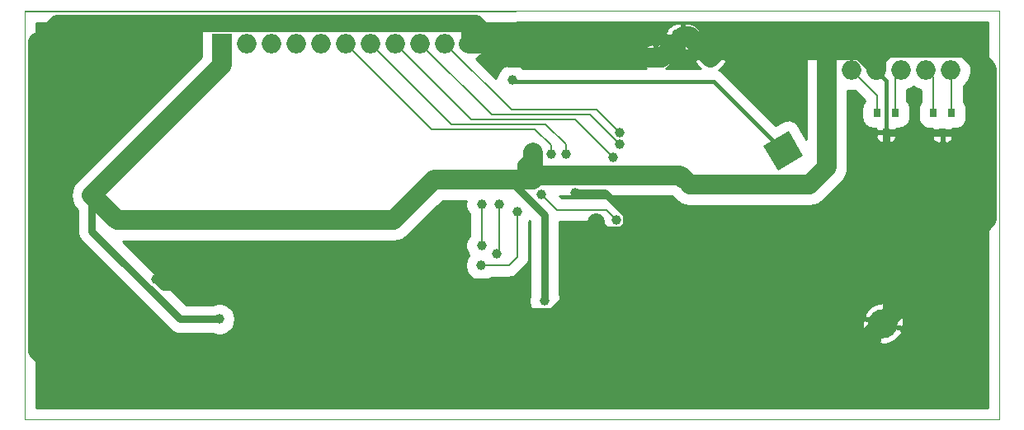
<source format=gbr>
%TF.GenerationSoftware,KiCad,Pcbnew,(5.1.7)-1*%
%TF.CreationDate,2020-10-28T13:08:50+04:00*%
%TF.ProjectId,stm32-home-light,73746d33-322d-4686-9f6d-652d6c696768,rev?*%
%TF.SameCoordinates,Original*%
%TF.FileFunction,Copper,L2,Bot*%
%TF.FilePolarity,Positive*%
%FSLAX46Y46*%
G04 Gerber Fmt 4.6, Leading zero omitted, Abs format (unit mm)*
G04 Created by KiCad (PCBNEW (5.1.7)-1) date 2020-10-28 13:08:50*
%MOMM*%
%LPD*%
G01*
G04 APERTURE LIST*
%TA.AperFunction,Profile*%
%ADD10C,0.100000*%
%TD*%
%TA.AperFunction,ComponentPad*%
%ADD11O,2.500000X1.500000*%
%TD*%
%TA.AperFunction,ComponentPad*%
%ADD12O,2.000000X1.500000*%
%TD*%
%TA.AperFunction,ComponentPad*%
%ADD13O,2.000000X2.000000*%
%TD*%
%TA.AperFunction,ComponentPad*%
%ADD14R,2.000000X2.000000*%
%TD*%
%TA.AperFunction,SMDPad,CuDef*%
%ADD15R,0.800000X0.900000*%
%TD*%
%TA.AperFunction,ComponentPad*%
%ADD16C,0.100000*%
%TD*%
%TA.AperFunction,ComponentPad*%
%ADD17C,3.000000*%
%TD*%
%TA.AperFunction,ViaPad*%
%ADD18C,1.000000*%
%TD*%
%TA.AperFunction,Conductor*%
%ADD19C,0.400000*%
%TD*%
%TA.AperFunction,Conductor*%
%ADD20C,0.750000*%
%TD*%
%TA.AperFunction,Conductor*%
%ADD21C,0.300000*%
%TD*%
%TA.AperFunction,Conductor*%
%ADD22C,2.000000*%
%TD*%
%TA.AperFunction,Conductor*%
%ADD23C,1.800000*%
%TD*%
%TA.AperFunction,Conductor*%
%ADD24C,0.200000*%
%TD*%
%TA.AperFunction,Conductor*%
%ADD25C,0.254000*%
%TD*%
%TA.AperFunction,Conductor*%
%ADD26C,0.100000*%
%TD*%
G04 APERTURE END LIST*
D10*
X229760000Y227500000D02*
X229760000Y185500000D01*
X129760000Y227410000D02*
X229760000Y227500000D01*
X129760000Y185500000D02*
X129760000Y227410000D01*
X229760000Y185500000D02*
X129760000Y185500000D01*
X129760000Y185500000D02*
X129760000Y227500000D01*
X129760000Y227500000D02*
X229760000Y227500000D01*
D11*
%TO.P,J3,6*%
%TO.N,GND*%
X197298600Y224827400D03*
D12*
X194498600Y222677400D03*
X200098600Y222677400D03*
%TD*%
D13*
%TO.P,J1,11*%
%TO.N,GND*%
X175410000Y224100000D03*
%TO.P,J1,10*%
%TO.N,SPI2_MOSI*%
X172870000Y224100000D03*
%TO.P,J1,9*%
%TO.N,SPI2_MISO*%
X170330000Y224100000D03*
%TO.P,J1,8*%
%TO.N,SPI2_CLK*%
X167790000Y224100000D03*
%TO.P,J1,7*%
%TO.N,I2C2_SDA*%
X165250000Y224100000D03*
%TO.P,J1,6*%
%TO.N,I2C2_SCL*%
X162710000Y224100000D03*
%TO.P,J1,5*%
%TO.N,OUT_Enable*%
X160170000Y224100000D03*
%TO.P,J1,4*%
%TO.N,OUT_Push_Data*%
X157630000Y224100000D03*
%TO.P,J1,3*%
%TO.N,IN_CLK_Inhibit*%
X155090000Y224100000D03*
%TO.P,J1,2*%
%TO.N,IN_Shift_Load*%
X152550000Y224100000D03*
D14*
%TO.P,J1,1*%
%TO.N,VCC*%
X150010000Y224100000D03*
%TD*%
D13*
%TO.P,J2,6*%
%TO.N,SWO*%
X224730600Y221390200D03*
%TO.P,J2,5*%
%TO.N,NRST*%
X222190600Y221390200D03*
%TO.P,J2,4*%
%TO.N,SWDIO*%
X219650600Y221390200D03*
%TO.P,J2,3*%
%TO.N,GND*%
X217110600Y221390200D03*
%TO.P,J2,2*%
%TO.N,SWCLK*%
X214570600Y221390200D03*
D14*
%TO.P,J2,1*%
%TO.N,VCC*%
X212030600Y221390200D03*
%TD*%
D15*
%TO.P,D32,3*%
%TO.N,GND*%
X218116400Y214996000D03*
%TO.P,D32,2*%
%TO.N,SWDIO*%
X219066400Y216996000D03*
%TO.P,D32,1*%
%TO.N,SWCLK*%
X217166400Y216996000D03*
%TD*%
%TO.P,D31,3*%
%TO.N,GND*%
X223907600Y214970600D03*
%TO.P,D31,2*%
%TO.N,SWO*%
X224857600Y216970600D03*
%TO.P,D31,1*%
%TO.N,NRST*%
X222957600Y216970600D03*
%TD*%
%TA.AperFunction,ComponentPad*%
D16*
%TO.P,BT1,1*%
%TO.N,Net-(BT1-Pad1)*%
G36*
X205510962Y213649038D02*
G01*
X208109038Y215149038D01*
X209609038Y212550962D01*
X207010962Y211050962D01*
X205510962Y213649038D01*
G37*
%TD.AperFunction*%
D17*
%TO.P,BT1,2*%
%TO.N,GND*%
X217805000Y195355139D03*
%TD*%
D18*
%TO.N,GND*%
X177562500Y199012500D03*
X163669000Y199089000D03*
X143222000Y199851000D03*
X163669000Y187913000D03*
X188307000Y206074000D03*
X186259998Y208750000D03*
X179587400Y222677400D03*
X140685000Y224125000D03*
%TO.N,Net-(BT1-Pad1)*%
X179747200Y220348800D03*
%TO.N,VCC*%
X183100000Y197692000D03*
X167606000Y205947000D03*
X149699000Y195787000D03*
X136643400Y208537800D03*
X181860000Y212950000D03*
X197455401Y210095401D03*
%TO.N,SPI1_MISO*%
X190440600Y205997800D03*
X182769800Y208588600D03*
%TO.N,LED_Enable*%
X178401000Y207591000D03*
X178172400Y202492600D03*
%TO.N,LED_Push_Data*%
X176623000Y207591000D03*
X176623000Y203373000D03*
%TO.N,Net-(U6-Pad14)*%
X180255200Y206836000D03*
X176597600Y201324200D03*
%TO.N,I2C2_SCL*%
X183760000Y212800000D03*
%TO.N,I2C2_SDA*%
X185301641Y212791641D03*
%TO.N,SPI2_MISO*%
X190810000Y213750000D03*
%TO.N,SPI2_MOSI*%
X190810000Y214950000D03*
%TO.N,SPI2_CLK*%
X190125463Y212401521D03*
%TD*%
D19*
%TO.N,GND*%
X218177400Y215057000D02*
X218116400Y214996000D01*
X218177400Y220323400D02*
X218177400Y215057000D01*
X217110600Y221390200D02*
X218177400Y220323400D01*
D20*
X227280600Y214970600D02*
X223907600Y214970600D01*
X228510000Y216200000D02*
X227280600Y214970600D01*
X218141800Y214970600D02*
X218116400Y214996000D01*
X223907600Y214970600D02*
X218141800Y214970600D01*
X218116400Y195666539D02*
X217805000Y195355139D01*
X218116400Y214996000D02*
X218116400Y195666539D01*
D21*
X190848601Y205147799D02*
X191290601Y205589799D01*
X189233201Y205147799D02*
X190848601Y205147799D01*
X188307000Y206074000D02*
X189233201Y205147799D01*
X191290601Y205589799D02*
X191290601Y206730380D01*
D20*
X186259998Y208750000D02*
X189270980Y208750000D01*
D21*
X191290601Y206730380D02*
X191115490Y206905490D01*
D20*
X191515601Y206505379D02*
X190840490Y207180490D01*
X190956601Y204922799D02*
X191515601Y205481799D01*
X191515601Y205481799D02*
X191515601Y206505379D01*
X189458201Y204922799D02*
X190956601Y204922799D01*
X188307000Y206074000D02*
X189458201Y204922799D01*
X190840490Y207180490D02*
X191115490Y206905490D01*
X189270980Y208750000D02*
X190840490Y207180490D01*
X188307000Y206074000D02*
X188307000Y200359000D01*
X143984000Y199089000D02*
X143222000Y199851000D01*
X163669000Y199089000D02*
X143984000Y199089000D01*
D22*
X178114800Y224100000D02*
X179537400Y222677400D01*
X175410000Y224100000D02*
X178114800Y224100000D01*
D20*
X179587400Y222677400D02*
X179537400Y222677400D01*
D22*
X179587400Y222677400D02*
X194498600Y222677400D01*
X195148600Y222677400D02*
X197298600Y224827400D01*
X194498600Y222677400D02*
X195148600Y222677400D01*
X197948600Y224827400D02*
X200098600Y222677400D01*
X197298600Y224827400D02*
X197948600Y224827400D01*
X217110600Y221884202D02*
X217110600Y221390200D01*
X215554601Y223440201D02*
X217110600Y221884202D01*
X200861401Y223440201D02*
X215554601Y223440201D01*
X200098600Y222677400D02*
X200861401Y223440201D01*
X218168319Y223650000D02*
X226360000Y223650000D01*
X217110600Y222592281D02*
X218168319Y223650000D01*
X217110600Y221390200D02*
X217110600Y222592281D01*
X228510000Y221500000D02*
X226360000Y223650000D01*
X228510000Y221500000D02*
X228510000Y216200000D01*
X228510000Y206060139D02*
X217805000Y195355139D01*
X228510000Y216200000D02*
X228510000Y206060139D01*
X217805000Y195355139D02*
X210449861Y188000000D01*
X199923000Y187913000D02*
X163669000Y187913000D01*
X200010000Y188000000D02*
X199923000Y187913000D01*
X210449861Y188000000D02*
X200010000Y188000000D01*
X163669000Y187913000D02*
X135697000Y187913000D01*
X135697000Y187913000D02*
X131110000Y192500000D01*
X131110000Y192500000D02*
X131110000Y224300000D01*
D23*
X175410000Y224100000D02*
X175160000Y224100000D01*
X133072973Y226262973D02*
X131110000Y224300000D01*
X179587400Y222677400D02*
X176001827Y226262973D01*
X175410000Y225671146D02*
X176001827Y226262973D01*
X175410000Y224100000D02*
X175410000Y225671146D01*
X163669000Y187913000D02*
X163669000Y199089000D01*
X177486000Y199089000D02*
X177562500Y199012500D01*
X163669000Y199089000D02*
X177486000Y199089000D01*
X177562500Y199012500D02*
X180534000Y196041000D01*
X180534000Y196041000D02*
X183989000Y196041000D01*
X183989000Y196041000D02*
X188307000Y200359000D01*
X188307000Y200359000D02*
X188307000Y205839190D01*
X139497973Y226262973D02*
X133072973Y226262973D01*
X176001827Y226262973D02*
X139497973Y226262973D01*
D20*
X140660000Y224150000D02*
X140685000Y224125000D01*
X140660000Y226125000D02*
X140660000Y224150000D01*
X140522027Y226262973D02*
X140660000Y226125000D01*
X139497973Y226262973D02*
X140522027Y226262973D01*
D19*
%TO.N,Net-(BT1-Pad1)*%
X207560000Y213100000D02*
X200460000Y220200000D01*
X179896000Y220200000D02*
X179747200Y220348800D01*
X200460000Y220200000D02*
X179896000Y220200000D01*
D24*
%TO.N,NRST*%
X222957600Y220623200D02*
X222190600Y221390200D01*
X222957600Y216970600D02*
X222957600Y220623200D01*
D20*
%TO.N,VCC*%
X145694998Y195787000D02*
X149699000Y195787000D01*
X136643400Y204838598D02*
X145694998Y195787000D01*
X136643400Y208537800D02*
X136643400Y204838598D01*
X170034500Y208375500D02*
X167606000Y205947000D01*
X171754401Y210095401D02*
X170034500Y208375500D01*
X185743999Y210275001D02*
X185564399Y210095401D01*
X189602630Y210095401D02*
X189423030Y210275001D01*
X189423030Y210275001D02*
X185743999Y210275001D01*
X197455401Y210095401D02*
X197455401Y210095401D01*
X180664599Y210095401D02*
X180664599Y211754599D01*
X180664599Y211754599D02*
X181860000Y212950000D01*
X180664599Y210095401D02*
X171754401Y210095401D01*
D22*
X150010000Y221904400D02*
X136643400Y208537800D01*
X150010000Y224100000D02*
X150010000Y221904400D01*
X136643400Y208537800D02*
X139234200Y205947000D01*
X139234200Y205947000D02*
X167606000Y205947000D01*
X196955402Y210595400D02*
X197455401Y210095401D01*
X182260598Y210595400D02*
X196955402Y210595400D01*
X181760599Y210095401D02*
X182260598Y210595400D01*
X171754401Y210095401D02*
X181760599Y210095401D01*
X181860000Y210150000D02*
X181805401Y210095401D01*
X181860000Y212950000D02*
X181860000Y210150000D01*
D20*
X181805401Y210095401D02*
X180664599Y210095401D01*
X185564399Y210095401D02*
X181805401Y210095401D01*
D22*
X212030600Y211370600D02*
X212030600Y221240191D01*
X210255402Y209595402D02*
X212030600Y211370600D01*
X197955400Y209595402D02*
X210255402Y209595402D01*
X167606000Y205947000D02*
X170484500Y208825500D01*
X170484500Y208825500D02*
X171754401Y210095401D01*
D20*
X170325001Y208666001D02*
X170034500Y208375500D01*
X170326001Y208666001D02*
X170325001Y208666001D01*
X171710000Y210050000D02*
X170326001Y208666001D01*
X179510000Y210050000D02*
X171710000Y210050000D01*
X183100000Y206460000D02*
X179510000Y210050000D01*
X183100000Y197692000D02*
X183100000Y206460000D01*
X197760000Y209400002D02*
X197955400Y209595402D01*
X197455401Y210095401D02*
X189602630Y210095401D01*
D24*
%TO.N,SWCLK*%
X217166400Y218794400D02*
X214570600Y221390200D01*
X217166400Y216996000D02*
X217166400Y218794400D01*
%TO.N,SWDIO*%
X219066400Y220806000D02*
X219650600Y221390200D01*
X219066400Y216996000D02*
X219066400Y220806000D01*
%TO.N,SWO*%
X224857600Y221263200D02*
X224730600Y221390200D01*
X224857600Y216970600D02*
X224857600Y221263200D01*
%TO.N,SPI1_MISO*%
X184319200Y207039200D02*
X182769800Y208588600D01*
X189399200Y207039200D02*
X184319200Y207039200D01*
X190440600Y205997800D02*
X189399200Y207039200D01*
%TO.N,LED_Enable*%
X178401000Y207591000D02*
X178401000Y202721200D01*
X178401000Y202721200D02*
X178172400Y202492600D01*
%TO.N,LED_Push_Data*%
X176623000Y207591000D02*
X176623000Y203373000D01*
%TO.N,Net-(U6-Pad14)*%
X180255200Y202172198D02*
X179407202Y201324200D01*
X180255200Y206836000D02*
X180255200Y202172198D01*
X179407202Y201324200D02*
X176597600Y201324200D01*
%TO.N,I2C2_SCL*%
X171510000Y215300000D02*
X162710000Y224100000D01*
X182110000Y215300000D02*
X171510000Y215300000D01*
X183760000Y213650000D02*
X182110000Y215300000D01*
X183760000Y212800000D02*
X183760000Y213650000D01*
%TO.N,I2C2_SDA*%
X183210000Y215850000D02*
X173500000Y215850000D01*
X185301641Y213758359D02*
X183210000Y215850000D01*
X173500000Y215850000D02*
X165250000Y224100000D01*
X185301641Y212791641D02*
X185301641Y213758359D01*
%TO.N,SPI2_MISO*%
X187760000Y216800000D02*
X190810000Y213750000D01*
X170330000Y224100000D02*
X177630000Y216800000D01*
X177630000Y216800000D02*
X187760000Y216800000D01*
%TO.N,SPI2_MOSI*%
X188460000Y217300000D02*
X190810000Y214950000D01*
X179670000Y217300000D02*
X188460000Y217300000D01*
X172870000Y224100000D02*
X179670000Y217300000D01*
%TO.N,SPI2_CLK*%
X175590000Y216300000D02*
X186226984Y216300000D01*
X167790000Y224100000D02*
X175590000Y216300000D01*
X186226984Y216300000D02*
X190125463Y212401521D01*
%TD*%
D25*
%TO.N,GND*%
X228583001Y186677000D02*
X130937000Y186677000D01*
X130937000Y193407306D01*
X217414560Y193407306D01*
X217707449Y193212027D01*
X218127424Y193234176D01*
X218535008Y193337831D01*
X218914538Y193519011D01*
X219251429Y193770752D01*
X219532736Y194083380D01*
X219709765Y194368065D01*
X219687093Y194719354D01*
X217894803Y195199596D01*
X217414560Y193407306D01*
X130937000Y193407306D01*
X130937000Y208537800D01*
X134506109Y208537800D01*
X134547177Y208120835D01*
X134668801Y207719895D01*
X134866308Y207350385D01*
X135054896Y207120591D01*
X135132108Y207026508D01*
X135141400Y207018882D01*
X135141401Y204912391D01*
X135134133Y204838598D01*
X135163133Y204544155D01*
X135216236Y204369101D01*
X135249020Y204261027D01*
X135388491Y204000094D01*
X135576188Y203771385D01*
X135633505Y203724346D01*
X144580751Y194777098D01*
X144627785Y194719787D01*
X144856494Y194532090D01*
X145117427Y194392619D01*
X145273839Y194345172D01*
X145400554Y194306733D01*
X145694998Y194277733D01*
X145768781Y194285000D01*
X149073595Y194285000D01*
X149224422Y194222525D01*
X149538755Y194160000D01*
X149859245Y194160000D01*
X150173578Y194222525D01*
X150469673Y194345172D01*
X150736152Y194523227D01*
X150962773Y194749848D01*
X151140828Y195016327D01*
X151263475Y195312422D01*
X151291376Y195452690D01*
X215661888Y195452690D01*
X215684037Y195032715D01*
X215787692Y194625131D01*
X215968872Y194245601D01*
X216220613Y193908710D01*
X216533241Y193627403D01*
X216817926Y193450374D01*
X217169215Y193473046D01*
X217649457Y195265336D01*
X216979159Y195444942D01*
X217960543Y195444942D01*
X219752833Y194964699D01*
X219948112Y195257588D01*
X219925963Y195677563D01*
X219822308Y196085147D01*
X219641128Y196464677D01*
X219389387Y196801568D01*
X219076759Y197082875D01*
X218792074Y197259904D01*
X218440785Y197237232D01*
X217960543Y195444942D01*
X216979159Y195444942D01*
X215857167Y195745579D01*
X215661888Y195452690D01*
X151291376Y195452690D01*
X151326000Y195626755D01*
X151326000Y195947245D01*
X151263475Y196261578D01*
X151140828Y196557673D01*
X150962773Y196824152D01*
X150736152Y197050773D01*
X150469673Y197228828D01*
X150173578Y197351475D01*
X149859245Y197414000D01*
X149538755Y197414000D01*
X149224422Y197351475D01*
X149073595Y197289000D01*
X146317147Y197289000D01*
X139786145Y203820000D01*
X167501515Y203820000D01*
X167606000Y203809709D01*
X167710485Y203820000D01*
X167710487Y203820000D01*
X168022965Y203850776D01*
X168423906Y203972401D01*
X168793415Y204169907D01*
X169117293Y204435707D01*
X169183905Y204516874D01*
X172062399Y207395367D01*
X172062404Y207395373D01*
X172635432Y207968401D01*
X175039195Y207968401D01*
X174996000Y207751245D01*
X174996000Y207430755D01*
X175058525Y207116422D01*
X175181172Y206820327D01*
X175359227Y206553848D01*
X175396000Y206517075D01*
X175396001Y204446926D01*
X175359227Y204410152D01*
X175181172Y204143673D01*
X175058525Y203847578D01*
X174996000Y203533245D01*
X174996000Y203212755D01*
X175058525Y202898422D01*
X175181172Y202602327D01*
X175338838Y202366363D01*
X175333827Y202361352D01*
X175155772Y202094873D01*
X175033125Y201798778D01*
X174970600Y201484445D01*
X174970600Y201163955D01*
X175033125Y200849622D01*
X175155772Y200553527D01*
X175333827Y200287048D01*
X175560448Y200060427D01*
X175826927Y199882372D01*
X176123022Y199759725D01*
X176437355Y199697200D01*
X176757845Y199697200D01*
X177072178Y199759725D01*
X177368273Y199882372D01*
X177634752Y200060427D01*
X177671525Y200097200D01*
X179346942Y200097200D01*
X179407202Y200091265D01*
X179467462Y200097200D01*
X179467470Y200097200D01*
X179647736Y200114955D01*
X179879026Y200185116D01*
X180092185Y200299051D01*
X180279019Y200452383D01*
X180317441Y200499200D01*
X181080205Y201261963D01*
X181127017Y201300381D01*
X181280349Y201487215D01*
X181394284Y201700374D01*
X181464445Y201931664D01*
X181482200Y202111930D01*
X181482200Y202111937D01*
X181488135Y202172197D01*
X181482200Y202232457D01*
X181482200Y205762075D01*
X181518973Y205798848D01*
X181566249Y205869602D01*
X181598001Y205837850D01*
X181598000Y198317406D01*
X181535525Y198166578D01*
X181473000Y197852245D01*
X181473000Y197531755D01*
X181535525Y197217422D01*
X181658172Y196921327D01*
X181836227Y196654848D01*
X182062848Y196428227D01*
X182329327Y196250172D01*
X182625422Y196127525D01*
X182939755Y196065000D01*
X183260245Y196065000D01*
X183574578Y196127525D01*
X183870673Y196250172D01*
X184008422Y196342213D01*
X215900235Y196342213D01*
X215922907Y195990924D01*
X217715197Y195510682D01*
X218195440Y197302972D01*
X217902551Y197498251D01*
X217482576Y197476102D01*
X217074992Y197372447D01*
X216695462Y197191267D01*
X216358571Y196939526D01*
X216077264Y196626898D01*
X215900235Y196342213D01*
X184008422Y196342213D01*
X184137152Y196428227D01*
X184363773Y196654848D01*
X184541828Y196921327D01*
X184664475Y197217422D01*
X184727000Y197531755D01*
X184727000Y197852245D01*
X184664475Y198166578D01*
X184602000Y198317405D01*
X184602000Y205812200D01*
X188818643Y205812200D01*
X188876125Y205523222D01*
X188998772Y205227127D01*
X189176827Y204960648D01*
X189403448Y204734027D01*
X189669927Y204555972D01*
X189966022Y204433325D01*
X190280355Y204370800D01*
X190600845Y204370800D01*
X190915178Y204433325D01*
X191211273Y204555972D01*
X191477752Y204734027D01*
X191704373Y204960648D01*
X191882428Y205227127D01*
X192005075Y205523222D01*
X192067600Y205837555D01*
X192067600Y206158045D01*
X192005075Y206472378D01*
X191882428Y206768473D01*
X191704373Y207034952D01*
X191477752Y207261573D01*
X191211273Y207439628D01*
X190915178Y207562275D01*
X190600845Y207624800D01*
X190548839Y207624800D01*
X190309439Y207864200D01*
X190271017Y207911017D01*
X190084183Y208064349D01*
X189871024Y208178284D01*
X189639734Y208248445D01*
X189459468Y208266200D01*
X189459460Y208266200D01*
X189399200Y208272135D01*
X189338940Y208266200D01*
X184827440Y208266200D01*
X184625240Y208468400D01*
X196085100Y208468400D01*
X196218728Y208358734D01*
X196444107Y208084109D01*
X196767985Y207818309D01*
X197137494Y207620803D01*
X197538435Y207499178D01*
X197850913Y207468402D01*
X210150917Y207468402D01*
X210255402Y207458111D01*
X210359887Y207468402D01*
X210359889Y207468402D01*
X210672367Y207499178D01*
X211073308Y207620803D01*
X211442817Y207818309D01*
X211766695Y208084109D01*
X211833307Y208165276D01*
X213460731Y209792699D01*
X213541893Y209859307D01*
X213807693Y210183185D01*
X214005199Y210552694D01*
X214126824Y210953635D01*
X214157600Y211266113D01*
X214157600Y211266122D01*
X214167890Y211370599D01*
X214157600Y211475077D01*
X214157600Y214546000D01*
X217078328Y214546000D01*
X217090588Y214421518D01*
X217126898Y214301820D01*
X217185863Y214191506D01*
X217265215Y214094815D01*
X217361906Y214015463D01*
X217472220Y213956498D01*
X217591918Y213920188D01*
X217716400Y213907928D01*
X217830650Y213911000D01*
X217989400Y214069750D01*
X217989400Y214869000D01*
X218243400Y214869000D01*
X218243400Y214069750D01*
X218402150Y213911000D01*
X218516400Y213907928D01*
X218640882Y213920188D01*
X218760580Y213956498D01*
X218870894Y214015463D01*
X218967585Y214094815D01*
X219046937Y214191506D01*
X219105902Y214301820D01*
X219142212Y214421518D01*
X219151970Y214520600D01*
X222869528Y214520600D01*
X222881788Y214396118D01*
X222918098Y214276420D01*
X222977063Y214166106D01*
X223056415Y214069415D01*
X223153106Y213990063D01*
X223263420Y213931098D01*
X223383118Y213894788D01*
X223507600Y213882528D01*
X223621850Y213885600D01*
X223780600Y214044350D01*
X223780600Y214843600D01*
X224034600Y214843600D01*
X224034600Y214044350D01*
X224193350Y213885600D01*
X224307600Y213882528D01*
X224432082Y213894788D01*
X224551780Y213931098D01*
X224662094Y213990063D01*
X224758785Y214069415D01*
X224838137Y214166106D01*
X224897102Y214276420D01*
X224933412Y214396118D01*
X224945672Y214520600D01*
X224942600Y214684850D01*
X224783850Y214843600D01*
X224034600Y214843600D01*
X223780600Y214843600D01*
X223031350Y214843600D01*
X222872600Y214684850D01*
X222869528Y214520600D01*
X219151970Y214520600D01*
X219154472Y214546000D01*
X219151400Y214710250D01*
X218992650Y214869000D01*
X218243400Y214869000D01*
X217989400Y214869000D01*
X217240150Y214869000D01*
X217081400Y214710250D01*
X217078328Y214546000D01*
X214157600Y214546000D01*
X214157600Y219303680D01*
X214361109Y219263200D01*
X214780091Y219263200D01*
X214932120Y219293440D01*
X215939400Y218286160D01*
X215939400Y218214798D01*
X215824800Y218075157D01*
X215720150Y217879371D01*
X215655707Y217666931D01*
X215633947Y217446000D01*
X215633947Y216546000D01*
X215655707Y216325069D01*
X215720150Y216112629D01*
X215824800Y215916843D01*
X215965635Y215745235D01*
X216137243Y215604400D01*
X216333029Y215499750D01*
X216545469Y215435307D01*
X216766400Y215413547D01*
X217078935Y215413547D01*
X217081400Y215281750D01*
X217240150Y215123000D01*
X217989400Y215123000D01*
X217989400Y215143000D01*
X218243400Y215143000D01*
X218243400Y215123000D01*
X218992650Y215123000D01*
X219151400Y215281750D01*
X219153865Y215413547D01*
X219466400Y215413547D01*
X219687331Y215435307D01*
X219899771Y215499750D01*
X220095557Y215604400D01*
X220267165Y215745235D01*
X220408000Y215916843D01*
X220512650Y216112629D01*
X220577093Y216325069D01*
X220598853Y216546000D01*
X220598853Y217446000D01*
X220577093Y217666931D01*
X220512650Y217879371D01*
X220408000Y218075157D01*
X220293400Y218214798D01*
X220293400Y219354208D01*
X220658112Y219505277D01*
X220920600Y219680665D01*
X221183088Y219505277D01*
X221570177Y219344939D01*
X221730601Y219313029D01*
X221730600Y218189398D01*
X221616000Y218049757D01*
X221511350Y217853971D01*
X221446907Y217641531D01*
X221425147Y217420600D01*
X221425147Y216520600D01*
X221446907Y216299669D01*
X221511350Y216087229D01*
X221616000Y215891443D01*
X221756835Y215719835D01*
X221928443Y215579000D01*
X222124229Y215474350D01*
X222336669Y215409907D01*
X222557600Y215388147D01*
X222870135Y215388147D01*
X222872600Y215256350D01*
X223031350Y215097600D01*
X223780600Y215097600D01*
X223780600Y215117600D01*
X224034600Y215117600D01*
X224034600Y215097600D01*
X224783850Y215097600D01*
X224942600Y215256350D01*
X224945065Y215388147D01*
X225257600Y215388147D01*
X225478531Y215409907D01*
X225690971Y215474350D01*
X225886757Y215579000D01*
X226058365Y215719835D01*
X226199200Y215891443D01*
X226303850Y216087229D01*
X226368293Y216299669D01*
X226390053Y216520600D01*
X226390053Y217420600D01*
X226368293Y217641531D01*
X226303850Y217853971D01*
X226199200Y218049757D01*
X226084600Y218189398D01*
X226084600Y219736792D01*
X226086484Y219738051D01*
X226382749Y220034316D01*
X226615523Y220382688D01*
X226775861Y220769777D01*
X226857600Y221180709D01*
X226857600Y221599691D01*
X226775861Y222010623D01*
X226615523Y222397712D01*
X226382749Y222746084D01*
X226086484Y223042349D01*
X225738112Y223275123D01*
X225351023Y223435461D01*
X224940091Y223517200D01*
X224521109Y223517200D01*
X224110177Y223435461D01*
X223723088Y223275123D01*
X223460600Y223099735D01*
X223198112Y223275123D01*
X222811023Y223435461D01*
X222400091Y223517200D01*
X221981109Y223517200D01*
X221570177Y223435461D01*
X221183088Y223275123D01*
X220920600Y223099735D01*
X220658112Y223275123D01*
X220271023Y223435461D01*
X219860091Y223517200D01*
X219441109Y223517200D01*
X219030177Y223435461D01*
X218643088Y223275123D01*
X218294716Y223042349D01*
X218005786Y222753419D01*
X217965982Y222783599D01*
X217677707Y222923702D01*
X217491034Y222980324D01*
X217237600Y222860977D01*
X217237600Y221517200D01*
X217257600Y221517200D01*
X217257600Y221263200D01*
X217237600Y221263200D01*
X217237600Y221243200D01*
X216983600Y221243200D01*
X216983600Y221263200D01*
X216963600Y221263200D01*
X216963600Y221517200D01*
X216983600Y221517200D01*
X216983600Y222860977D01*
X216730166Y222980324D01*
X216543493Y222923702D01*
X216255218Y222783599D01*
X216215414Y222753419D01*
X215926484Y223042349D01*
X215578112Y223275123D01*
X215191023Y223435461D01*
X214780091Y223517200D01*
X214361109Y223517200D01*
X213950177Y223435461D01*
X213673228Y223320745D01*
X213659757Y223331800D01*
X213463971Y223436450D01*
X213251531Y223500893D01*
X213030600Y223522653D01*
X211030600Y223522653D01*
X210809669Y223500893D01*
X210597229Y223436450D01*
X210401443Y223331800D01*
X210229835Y223190965D01*
X210089000Y223019357D01*
X209984350Y222823571D01*
X209919907Y222611131D01*
X209898147Y222390200D01*
X209898147Y220390200D01*
X209903601Y220334826D01*
X209903600Y214305671D01*
X209089771Y215715265D01*
X208960461Y215895716D01*
X208798432Y216047473D01*
X208609909Y216164704D01*
X208402138Y216242904D01*
X208183104Y216279066D01*
X207961223Y216271803D01*
X207745023Y216221392D01*
X207542811Y216129771D01*
X206822666Y215713995D01*
X201444425Y221092235D01*
X201402870Y221142870D01*
X201200808Y221308698D01*
X200974167Y221429840D01*
X201202234Y221572742D01*
X201401340Y221760503D01*
X201559990Y221983500D01*
X201672087Y222233164D01*
X201690918Y222336215D01*
X201568256Y222550400D01*
X200225600Y222550400D01*
X200225600Y222530400D01*
X199971600Y222530400D01*
X199971600Y222550400D01*
X198628944Y222550400D01*
X198506282Y222336215D01*
X198525113Y222233164D01*
X198637210Y221983500D01*
X198795860Y221760503D01*
X198994966Y221572742D01*
X199067969Y221527000D01*
X195529231Y221527000D01*
X195602234Y221572742D01*
X195801340Y221760503D01*
X195959990Y221983500D01*
X196072087Y222233164D01*
X196090918Y222336215D01*
X195968256Y222550400D01*
X194625600Y222550400D01*
X194625600Y222530400D01*
X194371600Y222530400D01*
X194371600Y222550400D01*
X193028944Y222550400D01*
X192906282Y222336215D01*
X192925113Y222233164D01*
X193037210Y221983500D01*
X193195860Y221760503D01*
X193394966Y221572742D01*
X193467969Y221527000D01*
X180869925Y221527000D01*
X180784352Y221612573D01*
X180517873Y221790628D01*
X180221778Y221913275D01*
X179907445Y221975800D01*
X179586955Y221975800D01*
X179272622Y221913275D01*
X178976527Y221790628D01*
X178710048Y221612573D01*
X178483427Y221385952D01*
X178305372Y221119473D01*
X178182725Y220823378D01*
X178132808Y220572431D01*
X176085878Y222619361D01*
X176265382Y222706601D01*
X176520785Y222900252D01*
X176625772Y223018585D01*
X192906282Y223018585D01*
X193028944Y222804400D01*
X194371600Y222804400D01*
X194371600Y223909273D01*
X194625600Y223909273D01*
X194625600Y222804400D01*
X195968256Y222804400D01*
X196090918Y223018585D01*
X198506282Y223018585D01*
X198628944Y222804400D01*
X199971600Y222804400D01*
X199971600Y223909273D01*
X200225600Y223909273D01*
X200225600Y222804400D01*
X201568256Y222804400D01*
X201690918Y223018585D01*
X201672087Y223121636D01*
X201559990Y223371300D01*
X201401340Y223594297D01*
X201202234Y223782058D01*
X200970324Y223927368D01*
X200714521Y224024643D01*
X200444656Y224070144D01*
X200225600Y223909273D01*
X199971600Y223909273D01*
X199752544Y224070144D01*
X199482679Y224024643D01*
X199226876Y223927368D01*
X198994966Y223782058D01*
X198795860Y223594297D01*
X198637210Y223371300D01*
X198525113Y223121636D01*
X198506282Y223018585D01*
X196090918Y223018585D01*
X196072087Y223121636D01*
X195959990Y223371300D01*
X195801340Y223594297D01*
X195602234Y223782058D01*
X195370324Y223927368D01*
X195114521Y224024643D01*
X194844656Y224070144D01*
X194625600Y223909273D01*
X194371600Y223909273D01*
X194152544Y224070144D01*
X193882679Y224024643D01*
X193626876Y223927368D01*
X193394966Y223782058D01*
X193195860Y223594297D01*
X193037210Y223371300D01*
X192925113Y223121636D01*
X192906282Y223018585D01*
X176625772Y223018585D01*
X176733501Y223140008D01*
X176895356Y223416656D01*
X177000129Y223719565D01*
X176881315Y223973000D01*
X175537000Y223973000D01*
X175537000Y223953000D01*
X175283000Y223953000D01*
X175283000Y223973000D01*
X175263000Y223973000D01*
X175263000Y224227000D01*
X175283000Y224227000D01*
X175283000Y225570777D01*
X175537000Y225570777D01*
X175537000Y224227000D01*
X176881315Y224227000D01*
X177000129Y224480435D01*
X176998130Y224486215D01*
X195456282Y224486215D01*
X195470427Y224414716D01*
X195576458Y224163532D01*
X195729455Y223937860D01*
X195923539Y223746372D01*
X196151251Y223596428D01*
X196403840Y223493789D01*
X196671600Y223442400D01*
X197171600Y223442400D01*
X197171600Y224700400D01*
X197425600Y224700400D01*
X197425600Y223442400D01*
X197925600Y223442400D01*
X198193360Y223493789D01*
X198445949Y223596428D01*
X198673661Y223746372D01*
X198867745Y223937860D01*
X199020742Y224163532D01*
X199126773Y224414716D01*
X199140918Y224486215D01*
X199018256Y224700400D01*
X197425600Y224700400D01*
X197171600Y224700400D01*
X195578944Y224700400D01*
X195456282Y224486215D01*
X176998130Y224486215D01*
X176895356Y224783344D01*
X176733501Y225059992D01*
X176637156Y225168585D01*
X195456282Y225168585D01*
X195578944Y224954400D01*
X197171600Y224954400D01*
X197171600Y226212400D01*
X197425600Y226212400D01*
X197425600Y224954400D01*
X199018256Y224954400D01*
X199140918Y225168585D01*
X199126773Y225240084D01*
X199020742Y225491268D01*
X198867745Y225716940D01*
X198673661Y225908428D01*
X198445949Y226058372D01*
X198193360Y226161011D01*
X197925600Y226212400D01*
X197425600Y226212400D01*
X197171600Y226212400D01*
X196671600Y226212400D01*
X196403840Y226161011D01*
X196151251Y226058372D01*
X195923539Y225908428D01*
X195729455Y225716940D01*
X195576458Y225491268D01*
X195470427Y225240084D01*
X195456282Y225168585D01*
X176637156Y225168585D01*
X176520785Y225299748D01*
X176265382Y225493399D01*
X175977107Y225633502D01*
X175790434Y225690124D01*
X175537000Y225570777D01*
X175283000Y225570777D01*
X175029566Y225690124D01*
X174842893Y225633502D01*
X174554618Y225493399D01*
X174514814Y225463219D01*
X174225884Y225752149D01*
X173877512Y225984923D01*
X173490423Y226145261D01*
X173079491Y226227000D01*
X172660509Y226227000D01*
X172249577Y226145261D01*
X171862488Y225984923D01*
X171600000Y225809535D01*
X171337512Y225984923D01*
X170950423Y226145261D01*
X170539491Y226227000D01*
X170120509Y226227000D01*
X169709577Y226145261D01*
X169322488Y225984923D01*
X169060000Y225809535D01*
X168797512Y225984923D01*
X168410423Y226145261D01*
X167999491Y226227000D01*
X167580509Y226227000D01*
X167169577Y226145261D01*
X166782488Y225984923D01*
X166520000Y225809535D01*
X166257512Y225984923D01*
X165870423Y226145261D01*
X165459491Y226227000D01*
X165040509Y226227000D01*
X164629577Y226145261D01*
X164242488Y225984923D01*
X163980000Y225809535D01*
X163717512Y225984923D01*
X163330423Y226145261D01*
X162919491Y226227000D01*
X162500509Y226227000D01*
X162089577Y226145261D01*
X161702488Y225984923D01*
X161440000Y225809535D01*
X161177512Y225984923D01*
X160790423Y226145261D01*
X160379491Y226227000D01*
X159960509Y226227000D01*
X159549577Y226145261D01*
X159162488Y225984923D01*
X158900000Y225809535D01*
X158637512Y225984923D01*
X158250423Y226145261D01*
X157839491Y226227000D01*
X157420509Y226227000D01*
X157009577Y226145261D01*
X156622488Y225984923D01*
X156360000Y225809535D01*
X156097512Y225984923D01*
X155710423Y226145261D01*
X155299491Y226227000D01*
X154880509Y226227000D01*
X154469577Y226145261D01*
X154082488Y225984923D01*
X153820000Y225809535D01*
X153557512Y225984923D01*
X153170423Y226145261D01*
X152759491Y226227000D01*
X152340509Y226227000D01*
X151929577Y226145261D01*
X151652628Y226030545D01*
X151639157Y226041600D01*
X151443371Y226146250D01*
X151230931Y226210693D01*
X151010000Y226232453D01*
X150059121Y226232453D01*
X150010000Y226237291D01*
X149960878Y226232453D01*
X149010000Y226232453D01*
X148789069Y226210693D01*
X148576629Y226146250D01*
X148380843Y226041600D01*
X148209235Y225900765D01*
X148068400Y225729157D01*
X147963750Y225533371D01*
X147899307Y225320931D01*
X147877547Y225100000D01*
X147877547Y223100000D01*
X147883000Y223044635D01*
X147883000Y222785432D01*
X135213265Y210115696D01*
X135132108Y210049092D01*
X135065504Y209967935D01*
X135065501Y209967932D01*
X134928470Y209800959D01*
X134866308Y209725215D01*
X134668801Y209355705D01*
X134547177Y208954765D01*
X134506109Y208537800D01*
X130937000Y208537800D01*
X130937000Y226234059D01*
X228583000Y226321941D01*
X228583001Y186677000D01*
%TA.AperFunction,Conductor*%
D26*
G36*
X228583001Y186677000D02*
G01*
X130937000Y186677000D01*
X130937000Y193407306D01*
X217414560Y193407306D01*
X217707449Y193212027D01*
X218127424Y193234176D01*
X218535008Y193337831D01*
X218914538Y193519011D01*
X219251429Y193770752D01*
X219532736Y194083380D01*
X219709765Y194368065D01*
X219687093Y194719354D01*
X217894803Y195199596D01*
X217414560Y193407306D01*
X130937000Y193407306D01*
X130937000Y208537800D01*
X134506109Y208537800D01*
X134547177Y208120835D01*
X134668801Y207719895D01*
X134866308Y207350385D01*
X135054896Y207120591D01*
X135132108Y207026508D01*
X135141400Y207018882D01*
X135141401Y204912391D01*
X135134133Y204838598D01*
X135163133Y204544155D01*
X135216236Y204369101D01*
X135249020Y204261027D01*
X135388491Y204000094D01*
X135576188Y203771385D01*
X135633505Y203724346D01*
X144580751Y194777098D01*
X144627785Y194719787D01*
X144856494Y194532090D01*
X145117427Y194392619D01*
X145273839Y194345172D01*
X145400554Y194306733D01*
X145694998Y194277733D01*
X145768781Y194285000D01*
X149073595Y194285000D01*
X149224422Y194222525D01*
X149538755Y194160000D01*
X149859245Y194160000D01*
X150173578Y194222525D01*
X150469673Y194345172D01*
X150736152Y194523227D01*
X150962773Y194749848D01*
X151140828Y195016327D01*
X151263475Y195312422D01*
X151291376Y195452690D01*
X215661888Y195452690D01*
X215684037Y195032715D01*
X215787692Y194625131D01*
X215968872Y194245601D01*
X216220613Y193908710D01*
X216533241Y193627403D01*
X216817926Y193450374D01*
X217169215Y193473046D01*
X217649457Y195265336D01*
X216979159Y195444942D01*
X217960543Y195444942D01*
X219752833Y194964699D01*
X219948112Y195257588D01*
X219925963Y195677563D01*
X219822308Y196085147D01*
X219641128Y196464677D01*
X219389387Y196801568D01*
X219076759Y197082875D01*
X218792074Y197259904D01*
X218440785Y197237232D01*
X217960543Y195444942D01*
X216979159Y195444942D01*
X215857167Y195745579D01*
X215661888Y195452690D01*
X151291376Y195452690D01*
X151326000Y195626755D01*
X151326000Y195947245D01*
X151263475Y196261578D01*
X151140828Y196557673D01*
X150962773Y196824152D01*
X150736152Y197050773D01*
X150469673Y197228828D01*
X150173578Y197351475D01*
X149859245Y197414000D01*
X149538755Y197414000D01*
X149224422Y197351475D01*
X149073595Y197289000D01*
X146317147Y197289000D01*
X139786145Y203820000D01*
X167501515Y203820000D01*
X167606000Y203809709D01*
X167710485Y203820000D01*
X167710487Y203820000D01*
X168022965Y203850776D01*
X168423906Y203972401D01*
X168793415Y204169907D01*
X169117293Y204435707D01*
X169183905Y204516874D01*
X172062399Y207395367D01*
X172062404Y207395373D01*
X172635432Y207968401D01*
X175039195Y207968401D01*
X174996000Y207751245D01*
X174996000Y207430755D01*
X175058525Y207116422D01*
X175181172Y206820327D01*
X175359227Y206553848D01*
X175396000Y206517075D01*
X175396001Y204446926D01*
X175359227Y204410152D01*
X175181172Y204143673D01*
X175058525Y203847578D01*
X174996000Y203533245D01*
X174996000Y203212755D01*
X175058525Y202898422D01*
X175181172Y202602327D01*
X175338838Y202366363D01*
X175333827Y202361352D01*
X175155772Y202094873D01*
X175033125Y201798778D01*
X174970600Y201484445D01*
X174970600Y201163955D01*
X175033125Y200849622D01*
X175155772Y200553527D01*
X175333827Y200287048D01*
X175560448Y200060427D01*
X175826927Y199882372D01*
X176123022Y199759725D01*
X176437355Y199697200D01*
X176757845Y199697200D01*
X177072178Y199759725D01*
X177368273Y199882372D01*
X177634752Y200060427D01*
X177671525Y200097200D01*
X179346942Y200097200D01*
X179407202Y200091265D01*
X179467462Y200097200D01*
X179467470Y200097200D01*
X179647736Y200114955D01*
X179879026Y200185116D01*
X180092185Y200299051D01*
X180279019Y200452383D01*
X180317441Y200499200D01*
X181080205Y201261963D01*
X181127017Y201300381D01*
X181280349Y201487215D01*
X181394284Y201700374D01*
X181464445Y201931664D01*
X181482200Y202111930D01*
X181482200Y202111937D01*
X181488135Y202172197D01*
X181482200Y202232457D01*
X181482200Y205762075D01*
X181518973Y205798848D01*
X181566249Y205869602D01*
X181598001Y205837850D01*
X181598000Y198317406D01*
X181535525Y198166578D01*
X181473000Y197852245D01*
X181473000Y197531755D01*
X181535525Y197217422D01*
X181658172Y196921327D01*
X181836227Y196654848D01*
X182062848Y196428227D01*
X182329327Y196250172D01*
X182625422Y196127525D01*
X182939755Y196065000D01*
X183260245Y196065000D01*
X183574578Y196127525D01*
X183870673Y196250172D01*
X184008422Y196342213D01*
X215900235Y196342213D01*
X215922907Y195990924D01*
X217715197Y195510682D01*
X218195440Y197302972D01*
X217902551Y197498251D01*
X217482576Y197476102D01*
X217074992Y197372447D01*
X216695462Y197191267D01*
X216358571Y196939526D01*
X216077264Y196626898D01*
X215900235Y196342213D01*
X184008422Y196342213D01*
X184137152Y196428227D01*
X184363773Y196654848D01*
X184541828Y196921327D01*
X184664475Y197217422D01*
X184727000Y197531755D01*
X184727000Y197852245D01*
X184664475Y198166578D01*
X184602000Y198317405D01*
X184602000Y205812200D01*
X188818643Y205812200D01*
X188876125Y205523222D01*
X188998772Y205227127D01*
X189176827Y204960648D01*
X189403448Y204734027D01*
X189669927Y204555972D01*
X189966022Y204433325D01*
X190280355Y204370800D01*
X190600845Y204370800D01*
X190915178Y204433325D01*
X191211273Y204555972D01*
X191477752Y204734027D01*
X191704373Y204960648D01*
X191882428Y205227127D01*
X192005075Y205523222D01*
X192067600Y205837555D01*
X192067600Y206158045D01*
X192005075Y206472378D01*
X191882428Y206768473D01*
X191704373Y207034952D01*
X191477752Y207261573D01*
X191211273Y207439628D01*
X190915178Y207562275D01*
X190600845Y207624800D01*
X190548839Y207624800D01*
X190309439Y207864200D01*
X190271017Y207911017D01*
X190084183Y208064349D01*
X189871024Y208178284D01*
X189639734Y208248445D01*
X189459468Y208266200D01*
X189459460Y208266200D01*
X189399200Y208272135D01*
X189338940Y208266200D01*
X184827440Y208266200D01*
X184625240Y208468400D01*
X196085100Y208468400D01*
X196218728Y208358734D01*
X196444107Y208084109D01*
X196767985Y207818309D01*
X197137494Y207620803D01*
X197538435Y207499178D01*
X197850913Y207468402D01*
X210150917Y207468402D01*
X210255402Y207458111D01*
X210359887Y207468402D01*
X210359889Y207468402D01*
X210672367Y207499178D01*
X211073308Y207620803D01*
X211442817Y207818309D01*
X211766695Y208084109D01*
X211833307Y208165276D01*
X213460731Y209792699D01*
X213541893Y209859307D01*
X213807693Y210183185D01*
X214005199Y210552694D01*
X214126824Y210953635D01*
X214157600Y211266113D01*
X214157600Y211266122D01*
X214167890Y211370599D01*
X214157600Y211475077D01*
X214157600Y214546000D01*
X217078328Y214546000D01*
X217090588Y214421518D01*
X217126898Y214301820D01*
X217185863Y214191506D01*
X217265215Y214094815D01*
X217361906Y214015463D01*
X217472220Y213956498D01*
X217591918Y213920188D01*
X217716400Y213907928D01*
X217830650Y213911000D01*
X217989400Y214069750D01*
X217989400Y214869000D01*
X218243400Y214869000D01*
X218243400Y214069750D01*
X218402150Y213911000D01*
X218516400Y213907928D01*
X218640882Y213920188D01*
X218760580Y213956498D01*
X218870894Y214015463D01*
X218967585Y214094815D01*
X219046937Y214191506D01*
X219105902Y214301820D01*
X219142212Y214421518D01*
X219151970Y214520600D01*
X222869528Y214520600D01*
X222881788Y214396118D01*
X222918098Y214276420D01*
X222977063Y214166106D01*
X223056415Y214069415D01*
X223153106Y213990063D01*
X223263420Y213931098D01*
X223383118Y213894788D01*
X223507600Y213882528D01*
X223621850Y213885600D01*
X223780600Y214044350D01*
X223780600Y214843600D01*
X224034600Y214843600D01*
X224034600Y214044350D01*
X224193350Y213885600D01*
X224307600Y213882528D01*
X224432082Y213894788D01*
X224551780Y213931098D01*
X224662094Y213990063D01*
X224758785Y214069415D01*
X224838137Y214166106D01*
X224897102Y214276420D01*
X224933412Y214396118D01*
X224945672Y214520600D01*
X224942600Y214684850D01*
X224783850Y214843600D01*
X224034600Y214843600D01*
X223780600Y214843600D01*
X223031350Y214843600D01*
X222872600Y214684850D01*
X222869528Y214520600D01*
X219151970Y214520600D01*
X219154472Y214546000D01*
X219151400Y214710250D01*
X218992650Y214869000D01*
X218243400Y214869000D01*
X217989400Y214869000D01*
X217240150Y214869000D01*
X217081400Y214710250D01*
X217078328Y214546000D01*
X214157600Y214546000D01*
X214157600Y219303680D01*
X214361109Y219263200D01*
X214780091Y219263200D01*
X214932120Y219293440D01*
X215939400Y218286160D01*
X215939400Y218214798D01*
X215824800Y218075157D01*
X215720150Y217879371D01*
X215655707Y217666931D01*
X215633947Y217446000D01*
X215633947Y216546000D01*
X215655707Y216325069D01*
X215720150Y216112629D01*
X215824800Y215916843D01*
X215965635Y215745235D01*
X216137243Y215604400D01*
X216333029Y215499750D01*
X216545469Y215435307D01*
X216766400Y215413547D01*
X217078935Y215413547D01*
X217081400Y215281750D01*
X217240150Y215123000D01*
X217989400Y215123000D01*
X217989400Y215143000D01*
X218243400Y215143000D01*
X218243400Y215123000D01*
X218992650Y215123000D01*
X219151400Y215281750D01*
X219153865Y215413547D01*
X219466400Y215413547D01*
X219687331Y215435307D01*
X219899771Y215499750D01*
X220095557Y215604400D01*
X220267165Y215745235D01*
X220408000Y215916843D01*
X220512650Y216112629D01*
X220577093Y216325069D01*
X220598853Y216546000D01*
X220598853Y217446000D01*
X220577093Y217666931D01*
X220512650Y217879371D01*
X220408000Y218075157D01*
X220293400Y218214798D01*
X220293400Y219354208D01*
X220658112Y219505277D01*
X220920600Y219680665D01*
X221183088Y219505277D01*
X221570177Y219344939D01*
X221730601Y219313029D01*
X221730600Y218189398D01*
X221616000Y218049757D01*
X221511350Y217853971D01*
X221446907Y217641531D01*
X221425147Y217420600D01*
X221425147Y216520600D01*
X221446907Y216299669D01*
X221511350Y216087229D01*
X221616000Y215891443D01*
X221756835Y215719835D01*
X221928443Y215579000D01*
X222124229Y215474350D01*
X222336669Y215409907D01*
X222557600Y215388147D01*
X222870135Y215388147D01*
X222872600Y215256350D01*
X223031350Y215097600D01*
X223780600Y215097600D01*
X223780600Y215117600D01*
X224034600Y215117600D01*
X224034600Y215097600D01*
X224783850Y215097600D01*
X224942600Y215256350D01*
X224945065Y215388147D01*
X225257600Y215388147D01*
X225478531Y215409907D01*
X225690971Y215474350D01*
X225886757Y215579000D01*
X226058365Y215719835D01*
X226199200Y215891443D01*
X226303850Y216087229D01*
X226368293Y216299669D01*
X226390053Y216520600D01*
X226390053Y217420600D01*
X226368293Y217641531D01*
X226303850Y217853971D01*
X226199200Y218049757D01*
X226084600Y218189398D01*
X226084600Y219736792D01*
X226086484Y219738051D01*
X226382749Y220034316D01*
X226615523Y220382688D01*
X226775861Y220769777D01*
X226857600Y221180709D01*
X226857600Y221599691D01*
X226775861Y222010623D01*
X226615523Y222397712D01*
X226382749Y222746084D01*
X226086484Y223042349D01*
X225738112Y223275123D01*
X225351023Y223435461D01*
X224940091Y223517200D01*
X224521109Y223517200D01*
X224110177Y223435461D01*
X223723088Y223275123D01*
X223460600Y223099735D01*
X223198112Y223275123D01*
X222811023Y223435461D01*
X222400091Y223517200D01*
X221981109Y223517200D01*
X221570177Y223435461D01*
X221183088Y223275123D01*
X220920600Y223099735D01*
X220658112Y223275123D01*
X220271023Y223435461D01*
X219860091Y223517200D01*
X219441109Y223517200D01*
X219030177Y223435461D01*
X218643088Y223275123D01*
X218294716Y223042349D01*
X218005786Y222753419D01*
X217965982Y222783599D01*
X217677707Y222923702D01*
X217491034Y222980324D01*
X217237600Y222860977D01*
X217237600Y221517200D01*
X217257600Y221517200D01*
X217257600Y221263200D01*
X217237600Y221263200D01*
X217237600Y221243200D01*
X216983600Y221243200D01*
X216983600Y221263200D01*
X216963600Y221263200D01*
X216963600Y221517200D01*
X216983600Y221517200D01*
X216983600Y222860977D01*
X216730166Y222980324D01*
X216543493Y222923702D01*
X216255218Y222783599D01*
X216215414Y222753419D01*
X215926484Y223042349D01*
X215578112Y223275123D01*
X215191023Y223435461D01*
X214780091Y223517200D01*
X214361109Y223517200D01*
X213950177Y223435461D01*
X213673228Y223320745D01*
X213659757Y223331800D01*
X213463971Y223436450D01*
X213251531Y223500893D01*
X213030600Y223522653D01*
X211030600Y223522653D01*
X210809669Y223500893D01*
X210597229Y223436450D01*
X210401443Y223331800D01*
X210229835Y223190965D01*
X210089000Y223019357D01*
X209984350Y222823571D01*
X209919907Y222611131D01*
X209898147Y222390200D01*
X209898147Y220390200D01*
X209903601Y220334826D01*
X209903600Y214305671D01*
X209089771Y215715265D01*
X208960461Y215895716D01*
X208798432Y216047473D01*
X208609909Y216164704D01*
X208402138Y216242904D01*
X208183104Y216279066D01*
X207961223Y216271803D01*
X207745023Y216221392D01*
X207542811Y216129771D01*
X206822666Y215713995D01*
X201444425Y221092235D01*
X201402870Y221142870D01*
X201200808Y221308698D01*
X200974167Y221429840D01*
X201202234Y221572742D01*
X201401340Y221760503D01*
X201559990Y221983500D01*
X201672087Y222233164D01*
X201690918Y222336215D01*
X201568256Y222550400D01*
X200225600Y222550400D01*
X200225600Y222530400D01*
X199971600Y222530400D01*
X199971600Y222550400D01*
X198628944Y222550400D01*
X198506282Y222336215D01*
X198525113Y222233164D01*
X198637210Y221983500D01*
X198795860Y221760503D01*
X198994966Y221572742D01*
X199067969Y221527000D01*
X195529231Y221527000D01*
X195602234Y221572742D01*
X195801340Y221760503D01*
X195959990Y221983500D01*
X196072087Y222233164D01*
X196090918Y222336215D01*
X195968256Y222550400D01*
X194625600Y222550400D01*
X194625600Y222530400D01*
X194371600Y222530400D01*
X194371600Y222550400D01*
X193028944Y222550400D01*
X192906282Y222336215D01*
X192925113Y222233164D01*
X193037210Y221983500D01*
X193195860Y221760503D01*
X193394966Y221572742D01*
X193467969Y221527000D01*
X180869925Y221527000D01*
X180784352Y221612573D01*
X180517873Y221790628D01*
X180221778Y221913275D01*
X179907445Y221975800D01*
X179586955Y221975800D01*
X179272622Y221913275D01*
X178976527Y221790628D01*
X178710048Y221612573D01*
X178483427Y221385952D01*
X178305372Y221119473D01*
X178182725Y220823378D01*
X178132808Y220572431D01*
X176085878Y222619361D01*
X176265382Y222706601D01*
X176520785Y222900252D01*
X176625772Y223018585D01*
X192906282Y223018585D01*
X193028944Y222804400D01*
X194371600Y222804400D01*
X194371600Y223909273D01*
X194625600Y223909273D01*
X194625600Y222804400D01*
X195968256Y222804400D01*
X196090918Y223018585D01*
X198506282Y223018585D01*
X198628944Y222804400D01*
X199971600Y222804400D01*
X199971600Y223909273D01*
X200225600Y223909273D01*
X200225600Y222804400D01*
X201568256Y222804400D01*
X201690918Y223018585D01*
X201672087Y223121636D01*
X201559990Y223371300D01*
X201401340Y223594297D01*
X201202234Y223782058D01*
X200970324Y223927368D01*
X200714521Y224024643D01*
X200444656Y224070144D01*
X200225600Y223909273D01*
X199971600Y223909273D01*
X199752544Y224070144D01*
X199482679Y224024643D01*
X199226876Y223927368D01*
X198994966Y223782058D01*
X198795860Y223594297D01*
X198637210Y223371300D01*
X198525113Y223121636D01*
X198506282Y223018585D01*
X196090918Y223018585D01*
X196072087Y223121636D01*
X195959990Y223371300D01*
X195801340Y223594297D01*
X195602234Y223782058D01*
X195370324Y223927368D01*
X195114521Y224024643D01*
X194844656Y224070144D01*
X194625600Y223909273D01*
X194371600Y223909273D01*
X194152544Y224070144D01*
X193882679Y224024643D01*
X193626876Y223927368D01*
X193394966Y223782058D01*
X193195860Y223594297D01*
X193037210Y223371300D01*
X192925113Y223121636D01*
X192906282Y223018585D01*
X176625772Y223018585D01*
X176733501Y223140008D01*
X176895356Y223416656D01*
X177000129Y223719565D01*
X176881315Y223973000D01*
X175537000Y223973000D01*
X175537000Y223953000D01*
X175283000Y223953000D01*
X175283000Y223973000D01*
X175263000Y223973000D01*
X175263000Y224227000D01*
X175283000Y224227000D01*
X175283000Y225570777D01*
X175537000Y225570777D01*
X175537000Y224227000D01*
X176881315Y224227000D01*
X177000129Y224480435D01*
X176998130Y224486215D01*
X195456282Y224486215D01*
X195470427Y224414716D01*
X195576458Y224163532D01*
X195729455Y223937860D01*
X195923539Y223746372D01*
X196151251Y223596428D01*
X196403840Y223493789D01*
X196671600Y223442400D01*
X197171600Y223442400D01*
X197171600Y224700400D01*
X197425600Y224700400D01*
X197425600Y223442400D01*
X197925600Y223442400D01*
X198193360Y223493789D01*
X198445949Y223596428D01*
X198673661Y223746372D01*
X198867745Y223937860D01*
X199020742Y224163532D01*
X199126773Y224414716D01*
X199140918Y224486215D01*
X199018256Y224700400D01*
X197425600Y224700400D01*
X197171600Y224700400D01*
X195578944Y224700400D01*
X195456282Y224486215D01*
X176998130Y224486215D01*
X176895356Y224783344D01*
X176733501Y225059992D01*
X176637156Y225168585D01*
X195456282Y225168585D01*
X195578944Y224954400D01*
X197171600Y224954400D01*
X197171600Y226212400D01*
X197425600Y226212400D01*
X197425600Y224954400D01*
X199018256Y224954400D01*
X199140918Y225168585D01*
X199126773Y225240084D01*
X199020742Y225491268D01*
X198867745Y225716940D01*
X198673661Y225908428D01*
X198445949Y226058372D01*
X198193360Y226161011D01*
X197925600Y226212400D01*
X197425600Y226212400D01*
X197171600Y226212400D01*
X196671600Y226212400D01*
X196403840Y226161011D01*
X196151251Y226058372D01*
X195923539Y225908428D01*
X195729455Y225716940D01*
X195576458Y225491268D01*
X195470427Y225240084D01*
X195456282Y225168585D01*
X176637156Y225168585D01*
X176520785Y225299748D01*
X176265382Y225493399D01*
X175977107Y225633502D01*
X175790434Y225690124D01*
X175537000Y225570777D01*
X175283000Y225570777D01*
X175029566Y225690124D01*
X174842893Y225633502D01*
X174554618Y225493399D01*
X174514814Y225463219D01*
X174225884Y225752149D01*
X173877512Y225984923D01*
X173490423Y226145261D01*
X173079491Y226227000D01*
X172660509Y226227000D01*
X172249577Y226145261D01*
X171862488Y225984923D01*
X171600000Y225809535D01*
X171337512Y225984923D01*
X170950423Y226145261D01*
X170539491Y226227000D01*
X170120509Y226227000D01*
X169709577Y226145261D01*
X169322488Y225984923D01*
X169060000Y225809535D01*
X168797512Y225984923D01*
X168410423Y226145261D01*
X167999491Y226227000D01*
X167580509Y226227000D01*
X167169577Y226145261D01*
X166782488Y225984923D01*
X166520000Y225809535D01*
X166257512Y225984923D01*
X165870423Y226145261D01*
X165459491Y226227000D01*
X165040509Y226227000D01*
X164629577Y226145261D01*
X164242488Y225984923D01*
X163980000Y225809535D01*
X163717512Y225984923D01*
X163330423Y226145261D01*
X162919491Y226227000D01*
X162500509Y226227000D01*
X162089577Y226145261D01*
X161702488Y225984923D01*
X161440000Y225809535D01*
X161177512Y225984923D01*
X160790423Y226145261D01*
X160379491Y226227000D01*
X159960509Y226227000D01*
X159549577Y226145261D01*
X159162488Y225984923D01*
X158900000Y225809535D01*
X158637512Y225984923D01*
X158250423Y226145261D01*
X157839491Y226227000D01*
X157420509Y226227000D01*
X157009577Y226145261D01*
X156622488Y225984923D01*
X156360000Y225809535D01*
X156097512Y225984923D01*
X155710423Y226145261D01*
X155299491Y226227000D01*
X154880509Y226227000D01*
X154469577Y226145261D01*
X154082488Y225984923D01*
X153820000Y225809535D01*
X153557512Y225984923D01*
X153170423Y226145261D01*
X152759491Y226227000D01*
X152340509Y226227000D01*
X151929577Y226145261D01*
X151652628Y226030545D01*
X151639157Y226041600D01*
X151443371Y226146250D01*
X151230931Y226210693D01*
X151010000Y226232453D01*
X150059121Y226232453D01*
X150010000Y226237291D01*
X149960878Y226232453D01*
X149010000Y226232453D01*
X148789069Y226210693D01*
X148576629Y226146250D01*
X148380843Y226041600D01*
X148209235Y225900765D01*
X148068400Y225729157D01*
X147963750Y225533371D01*
X147899307Y225320931D01*
X147877547Y225100000D01*
X147877547Y223100000D01*
X147883000Y223044635D01*
X147883000Y222785432D01*
X135213265Y210115696D01*
X135132108Y210049092D01*
X135065504Y209967935D01*
X135065501Y209967932D01*
X134928470Y209800959D01*
X134866308Y209725215D01*
X134668801Y209355705D01*
X134547177Y208954765D01*
X134506109Y208537800D01*
X130937000Y208537800D01*
X130937000Y226234059D01*
X228583000Y226321941D01*
X228583001Y186677000D01*
G37*
%TD.AperFunction*%
%TD*%
M02*

</source>
